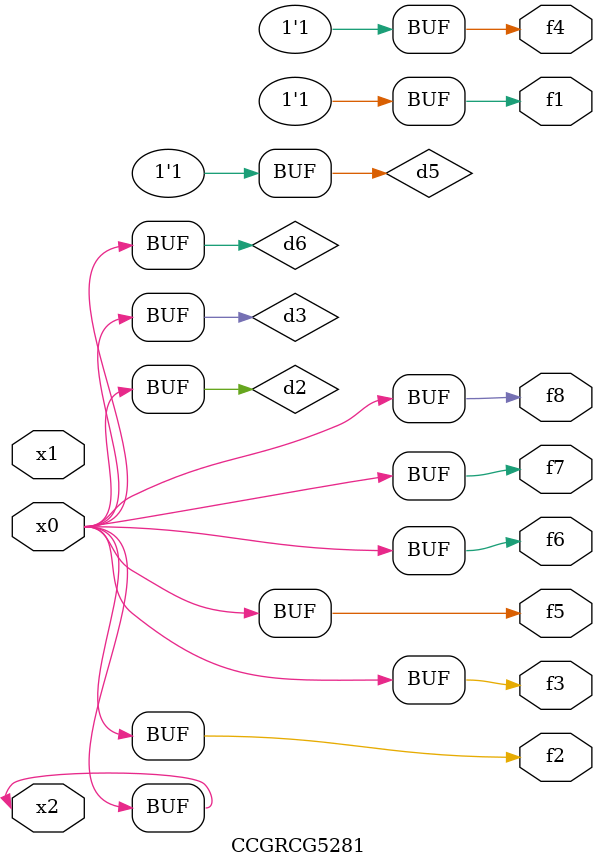
<source format=v>
module CCGRCG5281(
	input x0, x1, x2,
	output f1, f2, f3, f4, f5, f6, f7, f8
);

	wire d1, d2, d3, d4, d5, d6;

	xnor (d1, x2);
	buf (d2, x0, x2);
	and (d3, x0);
	xnor (d4, x1, x2);
	nand (d5, d1, d3);
	buf (d6, d2, d3);
	assign f1 = d5;
	assign f2 = d6;
	assign f3 = d6;
	assign f4 = d5;
	assign f5 = d6;
	assign f6 = d6;
	assign f7 = d6;
	assign f8 = d6;
endmodule

</source>
